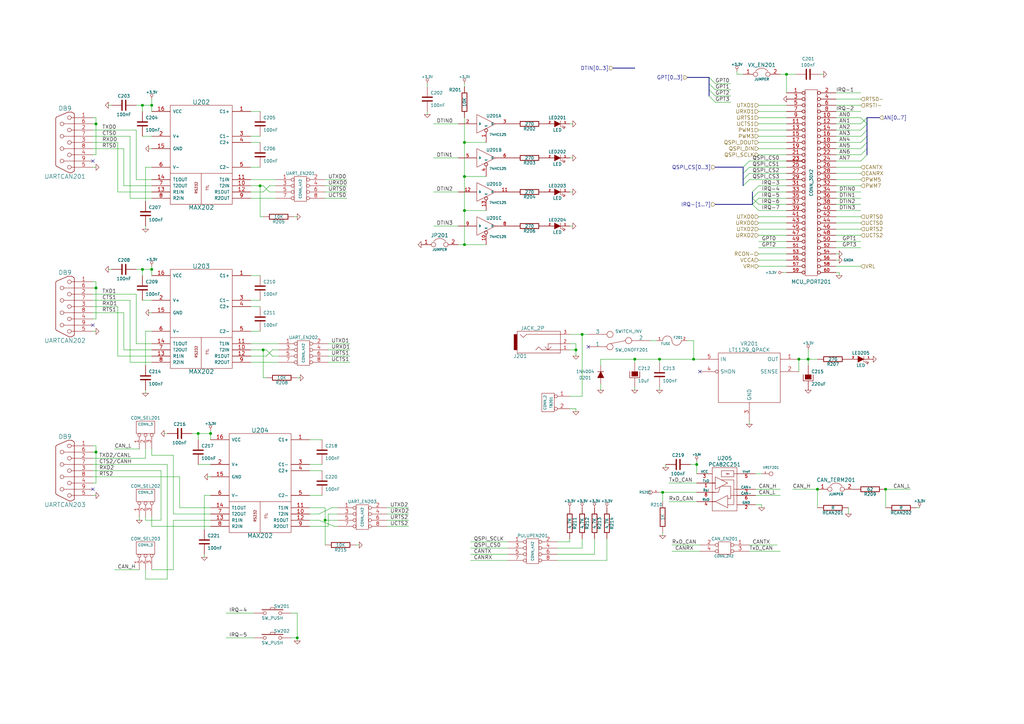
<source format=kicad_sch>
(kicad_sch (version 20230121) (generator eeschema)
  (paper "A3")
  (title_block (title "Dev kit coldfire 5213") (date "Sun 22 Mar 2015") (rev "0"))
  (junction (at 121.92 261.62) (diameter 1.016))
  (junction (at 81.28 177.8) (diameter 1.016))
  (junction (at 236.22 143.51) (diameter 1.016))
  (junction (at 238.76 137.16) (diameter 1.016))
  (junction (at 285.75 190.5) (diameter 1.016))
  (junction (at 58.42 110.49) (diameter 1.016))
  (junction (at 260.35 147.32) (diameter 1.016))
  (junction (at 331.47 147.32) (diameter 1.016))
  (junction (at 62.23 43.18) (diameter 1.016))
  (junction (at 62.23 110.49) (diameter 1.016))
  (junction (at 190.5 86.36) (diameter 1.016))
  (junction (at 86.36 177.8) (diameter 1.016))
  (junction (at 271.78 201.93) (diameter 1.016))
  (junction (at 363.22 200.66) (diameter 1.016))
  (junction (at 133.35 213.36) (diameter 1.016))
  (junction (at 327.66 147.32) (diameter 1.016))
  (junction (at 106.68 76.2) (diameter 1.016))
  (junction (at 39.37 185.42) (diameter 1.016))
  (junction (at 58.42 43.18) (diameter 1.016))
  (junction (at 190.5 72.39) (diameter 1.016))
  (junction (at 284.48 147.32) (diameter 1.016))
  (junction (at 39.37 50.8) (diameter 1.016))
  (junction (at 39.37 118.11) (diameter 1.016))
  (junction (at 190.5 58.42) (diameter 1.016))
  (junction (at 270.51 147.32) (diameter 1.016))
  (junction (at 322.58 30.48) (diameter 1.016))
  (junction (at 190.5 100.33) (diameter 1.016))
  (junction (at 107.95 143.51) (diameter 1.016))
  (junction (at 335.28 200.66) (diameter 1.016))
  (no_connect (at 38.1 133.35))
  (no_connect (at 38.1 66.04))
  (no_connect (at 38.1 200.66))
  (no_connect (at 241.3 142.24))
  (no_connect (at 287.02 152.4))
  (bus_entry (at 353.06 58.42) (size 2.54 -2.54) (stroke (width 0.1524)))
  (bus_entry (at 353.06 48.26) (size 2.54 2.54) (stroke (width 0.1524)))
  (bus_entry (at 293.37 39.37) (size -2.54 -2.54) (stroke (width 0.1524)))
  (bus_entry (at 304.8 68.58) (size 2.54 -2.54) (stroke (width 0.1524)))
  (bus_entry (at 311.15 83.82) (size -2.54 -2.54) (stroke (width 0.1524)))
  (bus_entry (at 353.06 53.34) (size 2.54 -2.54) (stroke (width 0.1524)))
  (bus_entry (at 304.8 73.66) (size 2.54 -2.54) (stroke (width 0.1524)))
  (bus_entry (at 293.37 41.91) (size -2.54 -2.54) (stroke (width 0.1524)))
  (bus_entry (at 293.37 34.29) (size -2.54 -2.54) (stroke (width 0.1524)))
  (bus_entry (at 308.61 81.28) (size 2.54 -2.54) (stroke (width 0.1524)))
  (bus_entry (at 353.06 55.88) (size 2.54 -2.54) (stroke (width 0.1524)))
  (bus_entry (at 304.8 71.12) (size 2.54 -2.54) (stroke (width 0.1524)))
  (bus_entry (at 353.06 63.5) (size 2.54 -2.54) (stroke (width 0.1524)))
  (bus_entry (at 353.06 66.04) (size 2.54 -2.54) (stroke (width 0.1524)))
  (bus_entry (at 308.61 78.74) (size 2.54 -2.54) (stroke (width 0.1524)))
  (bus_entry (at 353.06 60.96) (size 2.54 -2.54) (stroke (width 0.1524)))
  (bus_entry (at 311.15 86.36) (size -2.54 -2.54) (stroke (width 0.1524)))
  (bus_entry (at 308.61 83.82) (size 2.54 -2.54) (stroke (width 0.1524)))
  (bus_entry (at 304.8 76.2) (size 2.54 -2.54) (stroke (width 0.1524)))
  (bus_entry (at 353.06 50.8) (size 2.54 -2.54) (stroke (width 0.1524)))
  (bus_entry (at 293.37 36.83) (size -2.54 -2.54) (stroke (width 0.1524)))
  (wire (pts (xy 119.38 261.62) (xy 121.92 261.62)))
  (wire (pts (xy 106.68 135.89) (xy 102.87 135.89)))
  (wire (pts (xy 363.22 208.28) (xy 363.22 200.66)))
  (wire (pts (xy 114.3 146.05) (xy 111.76 146.05)))
  (wire (pts (xy 353.06 38.1) (xy 342.9 38.1)))
  (wire (pts (xy 48.26 125.73) (xy 48.26 146.05)))
  (wire (pts (xy 311.15 109.22) (xy 322.58 109.22)))
  (wire (pts (xy 106.68 76.2) (xy 106.68 88.9)))
  (wire (pts (xy 337.82 30.48) (xy 336.55 30.48)))
  (wire (pts (xy 285.75 189.23) (xy 285.75 190.5)))
  (wire (pts (xy 62.23 40.64) (xy 62.23 43.18)))
  (wire (pts (xy 307.34 71.12) (xy 322.58 71.12)))
  (wire (pts (xy 102.87 73.66) (xy 113.03 73.66)))
  (wire (pts (xy 39.37 115.57) (xy 39.37 118.11)))
  (wire (pts (xy 71.12 213.36) (xy 86.36 213.36)))
  (wire (pts (xy 143.51 146.05) (xy 134.62 146.05)))
  (wire (pts (xy 106.68 113.03) (xy 102.87 113.03)))
  (wire (pts (xy 71.12 210.82) (xy 71.12 186.69)))
  (wire (pts (xy 132.08 203.2) (xy 127 203.2)))
  (wire (pts (xy 73.66 208.28) (xy 86.36 208.28)))
  (wire (pts (xy 83.82 228.6) (xy 83.82 227.33)))
  (wire (pts (xy 353.06 88.9) (xy 342.9 88.9)))
  (bus (pts (xy 251.46 27.94) (xy 260.35 27.94)))
  (wire (pts (xy 102.87 76.2) (xy 106.68 76.2)))
  (wire (pts (xy 331.47 143.51) (xy 331.47 147.32)))
  (wire (pts (xy 83.82 217.17) (xy 83.82 203.2)))
  (wire (pts (xy 62.23 81.28) (xy 53.34 81.28)))
  (wire (pts (xy 137.16 215.9) (xy 130.81 213.36)))
  (wire (pts (xy 285.75 205.74) (xy 274.32 205.74)))
  (wire (pts (xy 38.1 53.34) (xy 55.88 53.34)))
  (wire (pts (xy 106.68 88.9) (xy 107.95 88.9)))
  (wire (pts (xy 236.22 140.97) (xy 233.68 140.97)))
  (wire (pts (xy 187.96 78.74) (xy 177.8 78.74)))
  (wire (pts (xy 55.88 73.66) (xy 62.23 73.66)))
  (wire (pts (xy 353.06 45.72) (xy 342.9 45.72)))
  (wire (pts (xy 344.17 104.14) (xy 342.9 104.14)))
  (wire (pts (xy 167.64 208.28) (xy 158.75 208.28)))
  (bus (pts (xy 304.8 68.58) (xy 304.8 71.12)))
  (wire (pts (xy 109.22 146.05) (xy 102.87 146.05)))
  (wire (pts (xy 175.26 34.29) (xy 175.26 35.56)))
  (wire (pts (xy 106.68 68.58) (xy 102.87 68.58)))
  (wire (pts (xy 66.04 193.04) (xy 38.1 193.04)))
  (wire (pts (xy 59.69 212.09) (xy 59.69 213.36)))
  (wire (pts (xy 190.5 72.39) (xy 190.5 86.36)))
  (wire (pts (xy 353.06 73.66) (xy 342.9 73.66)))
  (wire (pts (xy 238.76 137.16) (xy 241.3 137.16)))
  (wire (pts (xy 38.1 120.65) (xy 55.88 120.65)))
  (wire (pts (xy 38.1 128.27) (xy 50.8 128.27)))
  (wire (pts (xy 331.47 147.32) (xy 331.47 149.86)))
  (wire (pts (xy 134.62 215.9) (xy 134.62 210.82)))
  (wire (pts (xy 311.15 76.2) (xy 322.58 76.2)))
  (wire (pts (xy 39.37 63.5) (xy 38.1 63.5)))
  (wire (pts (xy 302.26 30.48) (xy 304.8 30.48)))
  (bus (pts (xy 355.6 58.42) (xy 355.6 60.96)))
  (wire (pts (xy 335.28 200.66) (xy 335.28 208.28)))
  (wire (pts (xy 353.06 48.26) (xy 342.9 48.26)))
  (wire (pts (xy 143.51 140.97) (xy 134.62 140.97)))
  (wire (pts (xy 53.34 123.19) (xy 38.1 123.19)))
  (wire (pts (xy 107.95 78.74) (xy 102.87 78.74)))
  (wire (pts (xy 106.68 55.88) (xy 102.87 55.88)))
  (wire (pts (xy 48.26 146.05) (xy 62.23 146.05)))
  (wire (pts (xy 73.66 195.58) (xy 38.1 195.58)))
  (wire (pts (xy 311.15 86.36) (xy 322.58 86.36)))
  (wire (pts (xy 57.15 213.36) (xy 57.15 212.09)))
  (wire (pts (xy 353.06 93.98) (xy 342.9 93.98)))
  (wire (pts (xy 38.1 58.42) (xy 48.26 58.42)))
  (wire (pts (xy 190.5 86.36) (xy 190.5 100.33)))
  (wire (pts (xy 53.34 148.59) (xy 53.34 123.19)))
  (wire (pts (xy 311.15 81.28) (xy 322.58 81.28)))
  (wire (pts (xy 363.22 200.66) (xy 373.38 200.66)))
  (bus (pts (xy 355.6 53.34) (xy 355.6 55.88)))
  (wire (pts (xy 66.04 213.36) (xy 66.04 193.04)))
  (wire (pts (xy 190.5 48.26) (xy 190.5 58.42)))
  (wire (pts (xy 233.68 220.98) (xy 233.68 222.25)))
  (wire (pts (xy 190.5 58.42) (xy 190.5 72.39)))
  (wire (pts (xy 109.22 154.94) (xy 107.95 154.94)))
  (wire (pts (xy 311.15 93.98) (xy 322.58 93.98)))
  (wire (pts (xy 39.37 130.81) (xy 38.1 130.81)))
  (wire (pts (xy 62.23 110.49) (xy 62.23 113.03)))
  (wire (pts (xy 344.17 111.76) (xy 342.9 111.76)))
  (wire (pts (xy 175.26 45.72) (xy 175.26 46.99)))
  (wire (pts (xy 102.87 148.59) (xy 114.3 148.59)))
  (wire (pts (xy 133.35 208.28) (xy 133.35 213.36)))
  (wire (pts (xy 187.96 50.8) (xy 177.8 50.8)))
  (wire (pts (xy 353.06 76.2) (xy 342.9 76.2)))
  (bus (pts (xy 355.6 55.88) (xy 355.6 58.42)))
  (wire (pts (xy 127 210.82) (xy 130.81 210.82)))
  (bus (pts (xy 355.6 50.8) (xy 355.6 53.34)))
  (wire (pts (xy 190.5 72.39) (xy 199.39 72.39)))
  (bus (pts (xy 355.6 60.96) (xy 355.6 63.5)))
  (wire (pts (xy 111.76 146.05) (xy 109.22 143.51)))
  (wire (pts (xy 311.15 91.44) (xy 322.58 91.44)))
  (wire (pts (xy 38.1 50.8) (xy 39.37 50.8)))
  (wire (pts (xy 284.48 147.32) (xy 287.02 147.32)))
  (wire (pts (xy 281.94 139.7) (xy 284.48 139.7)))
  (wire (pts (xy 342.9 40.64) (xy 353.06 40.64)))
  (wire (pts (xy 107.95 154.94) (xy 107.95 143.51)))
  (wire (pts (xy 132.08 193.04) (xy 127 193.04)))
  (wire (pts (xy 113.03 76.2) (xy 110.49 76.2)))
  (wire (pts (xy 39.37 68.58) (xy 38.1 68.58)))
  (wire (pts (xy 143.51 148.59) (xy 134.62 148.59)))
  (wire (pts (xy 48.26 58.42) (xy 48.26 78.74)))
  (wire (pts (xy 234.95 64.77) (xy 233.68 64.77)))
  (wire (pts (xy 62.23 109.22) (xy 62.23 110.49)))
  (wire (pts (xy 39.37 118.11) (xy 39.37 130.81)))
  (wire (pts (xy 62.23 186.69) (xy 62.23 184.15)))
  (wire (pts (xy 311.15 78.74) (xy 322.58 78.74)))
  (wire (pts (xy 270.51 201.93) (xy 271.78 201.93)))
  (wire (pts (xy 102.87 81.28) (xy 113.03 81.28)))
  (wire (pts (xy 353.06 86.36) (xy 342.9 86.36)))
  (wire (pts (xy 83.82 203.2) (xy 86.36 203.2)))
  (wire (pts (xy 342.9 71.12) (xy 353.06 71.12)))
  (wire (pts (xy 39.37 185.42) (xy 39.37 198.12)))
  (wire (pts (xy 71.12 233.68) (xy 71.12 213.36)))
  (wire (pts (xy 106.68 123.19) (xy 102.87 123.19)))
  (wire (pts (xy 138.43 215.9) (xy 137.16 215.9)))
  (wire (pts (xy 106.68 125.73) (xy 102.87 125.73)))
  (wire (pts (xy 106.68 76.2) (xy 107.95 76.2)))
  (wire (pts (xy 342.9 68.58) (xy 353.06 68.58)))
  (wire (pts (xy 86.36 177.8) (xy 86.36 180.34)))
  (bus (pts (xy 293.37 68.58) (xy 304.8 68.58)))
  (bus (pts (xy 308.61 78.74) (xy 308.61 81.28)))
  (wire (pts (xy 59.69 82.55) (xy 59.69 68.58)))
  (wire (pts (xy 275.59 223.52) (xy 287.02 223.52)))
  (wire (pts (xy 302.26 29.21) (xy 302.26 30.48)))
  (wire (pts (xy 142.24 76.2) (xy 133.35 76.2)))
  (wire (pts (xy 86.36 190.5) (xy 81.28 190.5)))
  (wire (pts (xy 311.15 101.6) (xy 322.58 101.6)))
  (wire (pts (xy 287.02 226.06) (xy 275.59 226.06)))
  (wire (pts (xy 312.42 208.28) (xy 312.42 207.01)))
  (wire (pts (xy 353.06 63.5) (xy 342.9 63.5)))
  (wire (pts (xy 39.37 50.8) (xy 39.37 63.5)))
  (wire (pts (xy 299.72 41.91) (xy 293.37 41.91)))
  (wire (pts (xy 353.06 53.34) (xy 342.9 53.34)))
  (wire (pts (xy 320.04 203.2) (xy 309.88 203.2)))
  (wire (pts (xy 110.49 78.74) (xy 107.95 76.2)))
  (wire (pts (xy 59.69 135.89) (xy 62.23 135.89)))
  (wire (pts (xy 271.78 205.74) (xy 271.78 201.93)))
  (wire (pts (xy 39.37 135.89) (xy 38.1 135.89)))
  (wire (pts (xy 130.81 213.36) (xy 127 213.36)))
  (wire (pts (xy 44.45 110.49) (xy 45.72 110.49)))
  (wire (pts (xy 81.28 177.8) (xy 81.28 180.34)))
  (wire (pts (xy 311.15 88.9) (xy 322.58 88.9)))
  (wire (pts (xy 143.51 143.51) (xy 134.62 143.51)))
  (wire (pts (xy 121.92 261.62) (xy 121.92 262.89)))
  (wire (pts (xy 311.15 45.72) (xy 322.58 45.72)))
  (wire (pts (xy 311.15 96.52) (xy 322.58 96.52)))
  (wire (pts (xy 236.22 140.97) (xy 236.22 143.51)))
  (wire (pts (xy 248.92 229.87) (xy 248.92 220.98)))
  (wire (pts (xy 246.38 160.02) (xy 246.38 157.48)))
  (wire (pts (xy 344.17 113.03) (xy 344.17 111.76)))
  (wire (pts (xy 132.08 180.34) (xy 127 180.34)))
  (wire (pts (xy 62.23 233.68) (xy 71.12 233.68)))
  (wire (pts (xy 127 215.9) (xy 134.62 215.9)))
  (wire (pts (xy 55.88 140.97) (xy 62.23 140.97)))
  (wire (pts (xy 135.89 208.28) (xy 130.81 210.82)))
  (wire (pts (xy 234.95 50.8) (xy 233.68 50.8)))
  (wire (pts (xy 271.78 201.93) (xy 285.75 201.93)))
  (wire (pts (xy 44.45 43.18) (xy 45.72 43.18)))
  (wire (pts (xy 312.42 207.01) (xy 309.88 207.01)))
  (wire (pts (xy 269.24 139.7) (xy 266.7 139.7)))
  (bus (pts (xy 355.6 48.26) (xy 355.6 50.8)))
  (wire (pts (xy 238.76 162.56) (xy 238.76 137.16)))
  (wire (pts (xy 38.1 115.57) (xy 39.37 115.57)))
  (wire (pts (xy 325.12 200.66) (xy 335.28 200.66)))
  (wire (pts (xy 58.42 113.03) (xy 58.42 110.49)))
  (wire (pts (xy 299.72 36.83) (xy 293.37 36.83)))
  (wire (pts (xy 107.95 143.51) (xy 109.22 143.51)))
  (wire (pts (xy 273.05 190.5) (xy 273.05 191.77)))
  (wire (pts (xy 142.24 81.28) (xy 133.35 81.28)))
  (wire (pts (xy 299.72 34.29) (xy 293.37 34.29)))
  (wire (pts (xy 132.08 190.5) (xy 127 190.5)))
  (wire (pts (xy 190.5 100.33) (xy 199.39 100.33)))
  (wire (pts (xy 106.68 58.42) (xy 102.87 58.42)))
  (wire (pts (xy 311.15 60.96) (xy 322.58 60.96)))
  (wire (pts (xy 147.32 223.52) (xy 146.05 223.52)))
  (wire (pts (xy 311.15 58.42) (xy 322.58 58.42)))
  (wire (pts (xy 38.1 60.96) (xy 50.8 60.96)))
  (wire (pts (xy 59.69 237.49) (xy 68.58 237.49)))
  (wire (pts (xy 38.1 118.11) (xy 39.37 118.11)))
  (wire (pts (xy 133.35 213.36) (xy 133.35 223.52)))
  (wire (pts (xy 167.64 210.82) (xy 158.75 210.82)))
  (wire (pts (xy 39.37 198.12) (xy 38.1 198.12)))
  (wire (pts (xy 353.06 81.28) (xy 342.9 81.28)))
  (bus (pts (xy 290.83 36.83) (xy 290.83 39.37)))
  (wire (pts (xy 62.23 43.18) (xy 62.23 45.72)))
  (wire (pts (xy 327.66 147.32) (xy 327.66 152.4)))
  (wire (pts (xy 311.15 48.26) (xy 322.58 48.26)))
  (wire (pts (xy 307.34 73.66) (xy 322.58 73.66)))
  (wire (pts (xy 110.49 76.2) (xy 107.95 78.74)))
  (wire (pts (xy 38.1 185.42) (xy 39.37 185.42)))
  (wire (pts (xy 327.66 147.32) (xy 331.47 147.32)))
  (wire (pts (xy 38.1 125.73) (xy 48.26 125.73)))
  (wire (pts (xy 138.43 213.36) (xy 133.35 213.36)))
  (wire (pts (xy 320.04 30.48) (xy 322.58 30.48)))
  (wire (pts (xy 138.43 208.28) (xy 135.89 208.28)))
  (wire (pts (xy 62.23 215.9) (xy 86.36 215.9)))
  (wire (pts (xy 58.42 110.49) (xy 62.23 110.49)))
  (wire (pts (xy 60.96 60.96) (xy 62.23 60.96)))
  (wire (pts (xy 38.1 182.88) (xy 39.37 182.88)))
  (wire (pts (xy 285.75 190.5) (xy 285.75 194.31)))
  (wire (pts (xy 111.76 143.51) (xy 109.22 146.05)))
  (wire (pts (xy 57.15 233.68) (xy 46.99 233.68)))
  (bus (pts (xy 281.94 31.75) (xy 290.83 31.75)))
  (bus (pts (xy 304.8 71.12) (xy 304.8 73.66)))
  (wire (pts (xy 134.62 210.82) (xy 138.43 210.82)))
  (wire (pts (xy 39.37 182.88) (xy 39.37 185.42)))
  (wire (pts (xy 50.8 143.51) (xy 62.23 143.51)))
  (wire (pts (xy 50.8 76.2) (xy 62.23 76.2)))
  (wire (pts (xy 55.88 120.65) (xy 55.88 140.97)))
  (wire (pts (xy 102.87 143.51) (xy 107.95 143.51)))
  (wire (pts (xy 353.06 109.22) (xy 342.9 109.22)))
  (wire (pts (xy 39.37 48.26) (xy 39.37 50.8)))
  (wire (pts (xy 121.92 251.46) (xy 119.38 251.46)))
  (wire (pts (xy 353.06 58.42) (xy 342.9 58.42)))
  (wire (pts (xy 311.15 50.8) (xy 322.58 50.8)))
  (wire (pts (xy 102.87 140.97) (xy 114.3 140.97)))
  (wire (pts (xy 48.26 78.74) (xy 62.23 78.74)))
  (wire (pts (xy 321.31 111.76) (xy 322.58 111.76)))
  (wire (pts (xy 71.12 186.69) (xy 62.23 186.69)))
  (wire (pts (xy 142.24 78.74) (xy 133.35 78.74)))
  (wire (pts (xy 58.42 45.72) (xy 58.42 43.18)))
  (wire (pts (xy 57.15 184.15) (xy 46.99 184.15)))
  (bus (pts (xy 360.68 48.26) (xy 355.6 48.26)))
  (wire (pts (xy 59.69 160.02) (xy 59.69 161.29)))
  (wire (pts (xy 307.34 68.58) (xy 322.58 68.58)))
  (wire (pts (xy 53.34 55.88) (xy 38.1 55.88)))
  (wire (pts (xy 375.92 208.28) (xy 377.19 208.28)))
  (wire (pts (xy 133.35 208.28) (xy 127 208.28)))
  (wire (pts (xy 62.23 148.59) (xy 53.34 148.59)))
  (wire (pts (xy 270.51 147.32) (xy 284.48 147.32)))
  (wire (pts (xy 353.06 96.52) (xy 342.9 96.52)))
  (wire (pts (xy 123.19 154.94) (xy 121.92 154.94)))
  (wire (pts (xy 243.84 227.33) (xy 228.6 227.33)))
  (wire (pts (xy 246.38 147.32) (xy 246.38 149.86)))
  (wire (pts (xy 208.28 227.33) (xy 193.04 227.33)))
  (wire (pts (xy 59.69 68.58) (xy 62.23 68.58)))
  (wire (pts (xy 58.42 43.18) (xy 62.23 43.18)))
  (wire (pts (xy 187.96 64.77) (xy 177.8 64.77)))
  (wire (pts (xy 167.64 215.9) (xy 158.75 215.9)))
  (wire (pts (xy 190.5 86.36) (xy 199.39 86.36)))
  (wire (pts (xy 92.71 261.62) (xy 104.14 261.62)))
  (wire (pts (xy 353.06 60.96) (xy 342.9 60.96)))
  (wire (pts (xy 331.47 147.32) (xy 335.28 147.32)))
  (wire (pts (xy 271.78 219.71) (xy 271.78 218.44)))
  (wire (pts (xy 246.38 147.32) (xy 260.35 147.32)))
  (wire (pts (xy 59.69 149.86) (xy 59.69 135.89)))
  (wire (pts (xy 228.6 224.79) (xy 238.76 224.79)))
  (wire (pts (xy 353.06 78.74) (xy 342.9 78.74)))
  (wire (pts (xy 187.96 100.33) (xy 190.5 100.33)))
  (wire (pts (xy 238.76 224.79) (xy 238.76 220.98)))
  (wire (pts (xy 85.09 195.58) (xy 86.36 195.58)))
  (bus (pts (xy 290.83 31.75) (xy 290.83 34.29)))
  (wire (pts (xy 228.6 229.87) (xy 248.92 229.87)))
  (wire (pts (xy 38.1 48.26) (xy 39.37 48.26)))
  (wire (pts (xy 312.42 194.31) (xy 309.88 194.31)))
  (wire (pts (xy 120.65 88.9) (xy 121.92 88.9)))
  (wire (pts (xy 167.64 213.36) (xy 158.75 213.36)))
  (wire (pts (xy 60.96 128.27) (xy 62.23 128.27)))
  (wire (pts (xy 353.06 55.88) (xy 342.9 55.88)))
  (wire (pts (xy 59.69 184.15) (xy 59.69 187.96)))
  (wire (pts (xy 39.37 203.2) (xy 38.1 203.2)))
  (wire (pts (xy 114.3 143.51) (xy 111.76 143.51)))
  (wire (pts (xy 318.77 223.52) (xy 307.34 223.52)))
  (wire (pts (xy 274.32 198.12) (xy 285.75 198.12)))
  (wire (pts (xy 187.96 92.71) (xy 177.8 92.71)))
  (bus (pts (xy 304.8 73.66) (xy 304.8 76.2)))
  (wire (pts (xy 50.8 128.27) (xy 50.8 143.51)))
  (wire (pts (xy 55.88 110.49) (xy 58.42 110.49)))
  (wire (pts (xy 322.58 30.48) (xy 326.39 30.48)))
  (wire (pts (xy 311.15 63.5) (xy 322.58 63.5)))
  (wire (pts (xy 311.15 106.68) (xy 322.58 106.68)))
  (wire (pts (xy 347.98 208.28) (xy 347.98 210.82)))
  (wire (pts (xy 233.68 222.25) (xy 228.6 222.25)))
  (wire (pts (xy 311.15 99.06) (xy 322.58 99.06)))
  (wire (pts (xy 55.88 43.18) (xy 58.42 43.18)))
  (wire (pts (xy 322.58 38.1) (xy 322.58 30.48)))
  (wire (pts (xy 233.68 143.51) (xy 236.22 143.51)))
  (wire (pts (xy 236.22 167.64) (xy 233.68 167.64)))
  (wire (pts (xy 311.15 55.88) (xy 322.58 55.88)))
  (wire (pts (xy 106.68 45.72) (xy 102.87 45.72)))
  (wire (pts (xy 208.28 229.87) (xy 193.04 229.87)))
  (wire (pts (xy 81.28 177.8) (xy 86.36 177.8)))
  (wire (pts (xy 307.34 66.04) (xy 322.58 66.04)))
  (wire (pts (xy 190.5 34.29) (xy 190.5 35.56)))
  (wire (pts (xy 142.24 73.66) (xy 133.35 73.66)))
  (wire (pts (xy 260.35 147.32) (xy 270.51 147.32)))
  (wire (pts (xy 299.72 39.37) (xy 293.37 39.37)))
  (wire (pts (xy 234.95 78.74) (xy 233.68 78.74)))
  (wire (pts (xy 78.74 177.8) (xy 81.28 177.8)))
  (wire (pts (xy 353.06 99.06) (xy 342.9 99.06)))
  (wire (pts (xy 236.22 168.91) (xy 236.22 167.64)))
  (wire (pts (xy 50.8 60.96) (xy 50.8 76.2)))
  (wire (pts (xy 92.71 251.46) (xy 104.14 251.46)))
  (wire (pts (xy 353.06 101.6) (xy 342.9 101.6)))
  (wire (pts (xy 86.36 210.82) (xy 71.12 210.82)))
  (wire (pts (xy 73.66 208.28) (xy 73.66 195.58)))
  (wire (pts (xy 59.69 187.96) (xy 38.1 187.96)))
  (wire (pts (xy 208.28 224.79) (xy 193.04 224.79)))
  (wire (pts (xy 234.95 92.71) (xy 233.68 92.71)))
  (wire (pts (xy 238.76 162.56) (xy 233.68 162.56)))
  (wire (pts (xy 62.23 212.09) (xy 62.23 215.9)))
  (wire (pts (xy 59.69 233.68) (xy 59.69 237.49)))
  (wire (pts (xy 62.23 123.19) (xy 58.42 123.19)))
  (wire (pts (xy 311.15 104.14) (xy 322.58 104.14)))
  (wire (pts (xy 68.58 190.5) (xy 38.1 190.5)))
  (wire (pts (xy 208.28 222.25) (xy 193.04 222.25)))
  (bus (pts (xy 308.61 81.28) (xy 308.61 83.82)))
  (bus (pts (xy 293.37 83.82) (xy 308.61 83.82)))
  (wire (pts (xy 311.15 83.82) (xy 322.58 83.82)))
  (wire (pts (xy 311.15 53.34) (xy 322.58 53.34)))
  (wire (pts (xy 353.06 83.82) (xy 342.9 83.82)))
  (wire (pts (xy 86.36 176.53) (xy 86.36 177.8)))
  (wire (pts (xy 353.06 66.04) (xy 342.9 66.04)))
  (wire (pts (xy 344.17 106.68) (xy 342.9 106.68)))
  (wire (pts (xy 353.06 50.8) (xy 342.9 50.8)))
  (wire (pts (xy 353.06 91.44) (xy 342.9 91.44)))
  (wire (pts (xy 236.22 143.51) (xy 236.22 146.05)))
  (wire (pts (xy 284.48 139.7) (xy 284.48 147.32)))
  (wire (pts (xy 270.51 160.02) (xy 270.51 158.75)))
  (wire (pts (xy 311.15 43.18) (xy 322.58 43.18)))
  (wire (pts (xy 307.34 172.72) (xy 307.34 173.99)))
  (wire (pts (xy 320.04 200.66) (xy 309.88 200.66)))
  (wire (pts (xy 62.23 55.88) (xy 58.42 55.88)))
  (wire (pts (xy 55.88 53.34) (xy 55.88 73.66)))
  (wire (pts (xy 260.35 147.32) (xy 260.35 148.59)))
  (wire (pts (xy 283.21 190.5) (xy 285.75 190.5)))
  (wire (pts (xy 199.39 58.42) (xy 190.5 58.42)))
  (wire (pts (xy 233.68 137.16) (xy 238.76 137.16)))
  (wire (pts (xy 121.92 251.46) (xy 121.92 261.62)))
  (wire (pts (xy 260.35 160.02) (xy 260.35 158.75)))
  (wire (pts (xy 67.31 177.8) (xy 68.58 177.8)))
  (bus (pts (xy 290.83 34.29) (xy 290.83 36.83)))
  (wire (pts (xy 68.58 237.49) (xy 68.58 190.5)))
  (wire (pts (xy 243.84 220.98) (xy 243.84 227.33)))
  (wire (pts (xy 270.51 147.32) (xy 270.51 148.59)))
  (wire (pts (xy 59.69 92.71) (xy 59.69 93.98)))
  (wire (pts (xy 307.34 226.06) (xy 320.04 226.06)))
  (wire (pts (xy 342.9 43.18) (xy 353.06 43.18)))
  (wire (pts (xy 53.34 81.28) (xy 53.34 55.88)))
  (wire (pts (xy 113.03 78.74) (xy 110.49 78.74)))
  (wire (pts (xy 59.69 213.36) (xy 66.04 213.36)))
  (label "IRQ-4" (at 93.98 251.46 0) (effects (font (size 1.524 1.524))))
  (label "DTIN2" (at 179.07 78.74 0) (effects (font (size 1.524 1.524))))
  (label "RTS1" (at 41.91 128.27 0) (effects (font (size 1.524 1.524))))
  (label "CTS0" (at 41.91 55.88 0) (effects (font (size 1.524 1.524))))
  (label "AN7" (at 344.17 66.04 0) (effects (font (size 1.524 1.524))))
  (label "CAN_H" (at 48.26 233.68 0) (effects (font (size 1.524 1.524))))
  (label "CANRX" (at 276.86 226.06 0) (effects (font (size 1.524 1.524))))
  (label "DTIN1" (at 344.17 81.28 0) (effects (font (size 1.524 1.524))))
  (label "GPT2" (at 293.37 39.37 0) (effects (font (size 1.524 1.524))))
  (label "GPT2" (at 312.42 101.6 0) (effects (font (size 1.524 1.524))))
  (label "GPT3" (at 293.37 41.91 0) (effects (font (size 1.524 1.524))))
  (label "TXD0" (at 41.91 53.34 0) (effects (font (size 1.524 1.524))))
  (label "IRQ-4" (at 312.42 78.74 0) (effects (font (size 1.524 1.524))))
  (label "CTS1" (at 41.91 123.19 0) (effects (font (size 1.524 1.524))))
  (label "URXD0" (at 134.62 76.2 0) (effects (font (size 1.524 1.524))))
  (label "RxD_CAN" (at 274.32 205.74 0) (effects (font (size 1.524 1.524))))
  (label "RxD_CAN" (at 275.59 223.52 0) (effects (font (size 1.524 1.524))))
  (label "DTIN3" (at 179.07 92.71 0) (effects (font (size 1.524 1.524))))
  (label "IRQ-5" (at 312.42 81.28 0) (effects (font (size 1.524 1.524))))
  (label "QSPI_CS2" (at 308.61 71.12 0) (effects (font (size 1.524 1.524))))
  (label "AN4" (at 344.17 58.42 0) (effects (font (size 1.524 1.524))))
  (label "AN3" (at 344.17 55.88 0) (effects (font (size 1.524 1.524))))
  (label "URTS2" (at 160.02 213.36 0) (effects (font (size 1.524 1.524))))
  (label "QSPI_CS0" (at 194.31 224.79 0) (effects (font (size 1.524 1.524))))
  (label "CAN_L" (at 373.38 200.66 180) (effects (font (size 1.524 1.524))))
  (label "GPT0" (at 293.37 34.29 0) (effects (font (size 1.524 1.524))))
  (label "UCTS0" (at 134.62 81.28 0) (effects (font (size 1.524 1.524))))
  (label "AN0" (at 344.17 48.26 0) (effects (font (size 1.524 1.524))))
  (label "QSPI_CS0" (at 308.61 66.04 0) (effects (font (size 1.524 1.524))))
  (label "TXD1" (at 41.91 120.65 0) (effects (font (size 1.524 1.524))))
  (label "AN6" (at 344.17 63.5 0) (effects (font (size 1.524 1.524))))
  (label "AN1" (at 344.17 50.8 0) (effects (font (size 1.524 1.524))))
  (label "TxD_CAN" (at 307.34 226.06 0) (effects (font (size 1.524 1.524))))
  (label "URTS1" (at 135.89 146.05 0) (effects (font (size 1.524 1.524))))
  (label "UTXD1" (at 135.89 140.97 0) (effects (font (size 1.524 1.524))))
  (label "DTIN0" (at 179.07 50.8 0) (effects (font (size 1.524 1.524))))
  (label "CAN_L" (at 46.99 184.15 0) (effects (font (size 1.524 1.524))))
  (label "CANRX" (at 194.31 229.87 0) (effects (font (size 1.524 1.524))))
  (label "GPT3" (at 345.44 101.6 0) (effects (font (size 1.524 1.524))))
  (label "QSPI_SCLK" (at 194.31 222.25 0) (effects (font (size 1.524 1.524))))
  (label "IRQ-6" (at 312.42 83.82 0) (effects (font (size 1.524 1.524))))
  (label "DTIN3" (at 344.17 86.36 0) (effects (font (size 1.524 1.524))))
  (label "AN5" (at 344.17 60.96 0) (effects (font (size 1.524 1.524))))
  (label "IRQ-3" (at 312.42 76.2 0) (effects (font (size 1.524 1.524))))
  (label "URXD2" (at 160.02 210.82 0) (effects (font (size 1.524 1.524))))
  (label "DTIN0" (at 344.17 78.74 0) (effects (font (size 1.524 1.524))))
  (label "GPT0" (at 312.42 99.06 0) (effects (font (size 1.524 1.524))))
  (label "RXD0" (at 41.91 58.42 0) (effects (font (size 1.524 1.524))))
  (label "RXD1" (at 41.91 125.73 0) (effects (font (size 1.524 1.524))))
  (label "DTIN1" (at 179.07 64.77 0) (effects (font (size 1.524 1.524))))
  (label "UTXD2" (at 160.02 208.28 0) (effects (font (size 1.524 1.524))))
  (label "RTS0" (at 41.91 60.96 0) (effects (font (size 1.524 1.524))))
  (label "CTS2/CANH" (at 40.64 190.5 0) (effects (font (size 1.524 1.524))))
  (label "URXD1" (at 135.89 143.51 0) (effects (font (size 1.524 1.524))))
  (label "UTXD0" (at 134.62 73.66 0) (effects (font (size 1.524 1.524))))
  (label "UCTS2" (at 160.02 215.9 0) (effects (font (size 1.524 1.524))))
  (label "CAN_H" (at 325.12 200.66 0) (effects (font (size 1.524 1.524))))
  (label "GPT1" (at 345.44 99.06 0) (effects (font (size 1.524 1.524))))
  (label "URTS0" (at 134.62 78.74 0) (effects (font (size 1.524 1.524))))
  (label "CANTX" (at 194.31 227.33 0) (effects (font (size 1.524 1.524))))
  (label "AN2" (at 344.17 53.34 0) (effects (font (size 1.524 1.524))))
  (label "IRQ-5" (at 93.98 261.62 0) (effects (font (size 1.524 1.524))))
  (label "QSPI_CS3" (at 308.61 73.66 0) (effects (font (size 1.524 1.524))))
  (label "QSPI_CS1" (at 308.61 68.58 0) (effects (font (size 1.524 1.524))))
  (label "RTS2" (at 40.64 195.58 0) (effects (font (size 1.524 1.524))))
  (label "UCTS1" (at 135.89 148.59 0) (effects (font (size 1.524 1.524))))
  (label "TXD2/CANL" (at 40.64 187.96 0) (effects (font (size 1.524 1.524))))
  (label "GPT1" (at 293.37 36.83 0) (effects (font (size 1.524 1.524))))
  (label "IRQ-1" (at 342.9 38.1 0) (effects (font (size 1.524 1.524))))
  (label "IRQ-2" (at 342.9 45.72 0) (effects (font (size 1.524 1.524))))
  (label "DTIN2" (at 344.17 83.82 0) (effects (font (size 1.524 1.524))))
  (label "IRQ-7" (at 312.42 86.36 0) (effects (font (size 1.524 1.524))))
  (label "CAN_H" (at 311.15 200.66 0) (effects (font (size 1.524 1.524))))
  (label "TxD_CAN" (at 274.32 198.12 0) (effects (font (size 1.524 1.524))))
  (label "RXD2" (at 40.64 193.04 0) (effects (font (size 1.524 1.524))))
  (label "CANTX" (at 308.61 223.52 0) (effects (font (size 1.524 1.524))))
  (label "CAN_L" (at 311.15 203.2 0) (effects (font (size 1.524 1.524))))
  (hierarchical_label "UCTS0" (shape input) (at 353.06 91.44 0) (effects (font (size 1.524 1.524))))
  (hierarchical_label "RTS0-" (shape input) (at 353.06 40.64 0) (effects (font (size 1.524 1.524))))
  (hierarchical_label "RSTI-" (shape input) (at 353.06 43.18 0) (effects (font (size 1.524 1.524))))
  (hierarchical_label "URXD1" (shape input) (at 311.15 45.72 180) (effects (font (size 1.524 1.524))))
  (hierarchical_label "URXD2" (shape input) (at 311.15 96.52 180) (effects (font (size 1.524 1.524))))
  (hierarchical_label "AN[0..7]" (shape input) (at 360.68 48.26 0) (effects (font (size 1.524 1.524))))
  (hierarchical_label "UTXD0" (shape input) (at 311.15 88.9 180) (effects (font (size 1.524 1.524))))
  (hierarchical_label "VCCA" (shape input) (at 311.15 106.68 180) (effects (font (size 1.524 1.524))))
  (hierarchical_label "URTS2" (shape input) (at 353.06 93.98 0) (effects (font (size 1.524 1.524))))
  (hierarchical_label "QSPI_CS[0..3]" (shape input) (at 293.37 68.58 180) (effects (font (size 1.524 1.524))))
  (hierarchical_label "PWM5" (shape input) (at 353.06 73.66 0) (effects (font (size 1.524 1.524))))
  (hierarchical_label "URXD0" (shape input) (at 311.15 91.44 180) (effects (font (size 1.524 1.524))))
  (hierarchical_label "VRL" (shape input) (at 353.06 109.22 0) (effects (font (size 1.524 1.524))))
  (hierarchical_label "QSPI_SCLK" (shape input) (at 311.15 63.5 180) (effects (font (size 1.524 1.524))))
  (hierarchical_label "UCTS2" (shape input) (at 353.06 96.52 0) (effects (font (size 1.524 1.524))))
  (hierarchical_label "URTS1" (shape input) (at 311.15 48.26 180) (effects (font (size 1.524 1.524))))
  (hierarchical_label "QSPI_DOUT" (shape input) (at 311.15 58.42 180) (effects (font (size 1.524 1.524))))
  (hierarchical_label "PWM3" (shape input) (at 311.15 55.88 180) (effects (font (size 1.524 1.524))))
  (hierarchical_label "RCON-" (shape input) (at 311.15 104.14 180) (effects (font (size 1.524 1.524))))
  (hierarchical_label "PWM7" (shape input) (at 353.06 76.2 0) (effects (font (size 1.524 1.524))))
  (hierarchical_label "UCTS1" (shape input) (at 311.15 50.8 180) (effects (font (size 1.524 1.524))))
  (hierarchical_label "PWM1" (shape input) (at 311.15 53.34 180) (effects (font (size 1.524 1.524))))
  (hierarchical_label "CANTX" (shape input) (at 353.06 68.58 0) (effects (font (size 1.524 1.524))))
  (hierarchical_label "UTXD2" (shape input) (at 311.15 93.98 180) (effects (font (size 1.524 1.524))))
  (hierarchical_label "QSPI_DIN" (shape input) (at 311.15 60.96 180) (effects (font (size 1.524 1.524))))
  (hierarchical_label "URTS0" (shape input) (at 353.06 88.9 0) (effects (font (size 1.524 1.524))))
  (hierarchical_label "IRQ-[1..7]" (shape input) (at 293.37 83.82 180) (effects (font (size 1.524 1.524))))
  (hierarchical_label "DTIN[0..3]" (shape input) (at 251.46 27.94 180) (effects (font (size 1.524 1.524))))
  (hierarchical_label "VRH" (shape input) (at 311.15 109.22 180) (effects (font (size 1.524 1.524))))
  (hierarchical_label "GPT[0..3]" (shape input) (at 281.94 31.75 180) (effects (font (size 1.524 1.524))))
  (hierarchical_label "UTXD1" (shape input) (at 311.15 43.18 180) (effects (font (size 1.524 1.524))))
  (hierarchical_label "CANRX" (shape input) (at 353.06 71.12 0) (effects (font (size 1.524 1.524))))
  (symbol (lib_id "kit-coldfire_schlib:CONN_30X2") (at 332.74 74.93 0) (unit 1)
    (property "Reference" "MCU_PORT201" (at 332.74 115.57 0) (effects (font (size 1.524 1.524))))
    (property "Value" "CONN_30X2" (at 332.74 74.93 90))
    (property "Footprint" "Connector_PinHeader_2.54mm:PinHeader_2x30_P2.54mm_Vertical" (effects hide))
  )
  (symbol (lib_id "kit-coldfire_schlib:GND") (at 344.17 104.14 90) (unit 1)
    (property "Reference" "#PWR0218" (effects hide))
    (property "Value" "GND" (effects hide))
  )
  (symbol (lib_id "kit-coldfire_schlib:+3.3V") (at 321.31 111.76 90) (unit 1)
    (property "Reference" "#PWR0222" (effects hide))
    (property "Value" "+3.3V" (at 316.23 111.76 90) (effects (font (size 1.016 1.016))))
  )
  (symbol (lib_id "kit-coldfire_schlib:GNDA") (at 344.17 106.68 90) (unit 1)
    (property "Reference" "#PWR0219" (effects hide))
    (property "Value" "GNDA" (at 347.98 106.68 90) (effects (font (size 1.016 1.016))))
  )
  (symbol (lib_id "kit-coldfire_schlib:GND") (at 322.58 40.64 270) (unit 1)
    (property "Reference" "#PWR0206" (effects hide))
    (property "Value" "GND" (effects hide))
  )
  (symbol (lib_id "kit-coldfire_schlib:JUMPER") (at 312.42 30.48 0) (unit 1)
    (property "Reference" "VX_EN201" (at 312.42 26.67 0) (effects (font (size 1.524 1.524))))
    (property "Value" "JUMPER" (at 312.42 32.512 0) (effects (font (size 1.016 1.016))))
    (property "Footprint" "Connector_PinHeader_2.54mm:PinHeader_1x02_P2.54mm_Vertical" (effects hide))
  )
  (symbol (lib_id "kit-coldfire_schlib:C") (at 331.47 30.48 270) (unit 1)
    (property "Reference" "C201" (at 331.47 24.13 90))
    (property "Value" "100nF" (at 331.47 26.67 90))
    (property "Footprint" "Capacitor_SMD:C_0805_2012Metric" (effects hide))
  )
  (symbol (lib_id "kit-coldfire_schlib:GND") (at 337.82 30.48 90) (unit 1)
    (property "Reference" "#PWR0202" (effects hide))
    (property "Value" "GND" (effects hide))
  )
  (symbol (lib_id "kit-coldfire_schlib:+3.3V") (at 302.26 29.21 0) (unit 1)
    (property "Reference" "#PWR0201" (effects hide))
    (property "Value" "+3.3V" (at 302.26 26.416 0) (effects (font (size 1.016 1.016))))
  )
  (symbol (lib_name "kit-coldfire_schlib:74LS125_3") (lib_id "kit-coldfire_schlib:74LS125") (at 199.39 50.8 0) (unit 1)
    (property "Reference" "U201" (at 199.39 48.26 0) (effects (justify left bottom)))
    (property "Value" "74HC125" (at 200.66 54.61 0) (effects (font (size 1.016 1.016)) (justify left top)))
    (property "Footprint" "Package_SO:SOIC-14_3.9x8.7mm_P1.27mm" (effects hide))
  )
  (symbol (lib_id "kit-coldfire_schlib:74LS125") (at 199.39 64.77 0) (unit 2)
    (property "Reference" "U201" (at 199.39 62.23 0) (effects (justify left bottom)))
    (property "Value" "74HC125" (at 200.66 68.58 0) (effects (font (size 1.016 1.016)) (justify left top)))
    (property "Footprint" "Package_SO:SOIC-14_3.9x8.7mm_P1.27mm" (effects hide))
  )
  (symbol (lib_name "kit-coldfire_schlib:74LS125_2") (lib_id "kit-coldfire_schlib:74LS125") (at 199.39 92.71 0) (unit 3)
    (property "Reference" "U201" (at 199.39 90.17 0) (effects (justify left bottom)))
    (property "Value" "74HC125" (at 200.66 96.52 0) (effects (font (size 1.016 1.016)) (justify left top)))
    (property "Footprint" "Package_SO:SOIC-14_3.9x8.7mm_P1.27mm" (effects hide))
  )
  (symbol (lib_name "kit-coldfire_schlib:74LS125_1") (lib_id "kit-coldfire_schlib:74LS125") (at 199.39 78.74 0) (unit 4)
    (property "Reference" "U201" (at 199.39 76.2 0) (effects (justify left bottom)))
    (property "Value" "74HC125" (at 200.66 82.55 0) (effects (font (size 1.016 1.016)) (justify left top)))
    (property "Footprint" "Package_SO:SOIC-14_3.9x8.7mm_P1.27mm" (effects hide))
  )
  (symbol (lib_id "kit-coldfire_schlib:R") (at 217.17 50.8 270) (unit 1)
    (property "Reference" "R202" (at 217.17 52.832 90))
    (property "Value" "270" (at 217.17 50.8 90))
    (property "Footprint" "Resistor_SMD:R_0805_2012Metric" (effects hide))
  )
  (symbol (lib_id "kit-coldfire_schlib:R") (at 217.17 64.77 270) (unit 1)
    (property "Reference" "R203" (at 217.17 66.802 90))
    (property "Value" "270" (at 217.17 64.77 90))
    (property "Footprint" "Resistor_SMD:R_0805_2012Metric" (effects hide))
  )
  (symbol (lib_id "kit-coldfire_schlib:R") (at 217.17 78.74 270) (unit 1)
    (property "Reference" "R204" (at 217.17 80.772 90))
    (property "Value" "270" (at 217.17 78.74 90))
    (property "Footprint" "Resistor_SMD:R_0805_2012Metric" (effects hide))
  )
  (symbol (lib_id "kit-coldfire_schlib:R") (at 217.17 92.71 270) (unit 1)
    (property "Reference" "R206" (at 217.17 94.742 90))
    (property "Value" "270" (at 217.17 92.71 90))
    (property "Footprint" "Resistor_SMD:R_0805_2012Metric" (effects hide))
  )
  (symbol (lib_id "kit-coldfire_schlib:LED") (at 228.6 50.8 0) (unit 1)
    (property "Reference" "LED201" (at 228.6 48.26 0))
    (property "Value" "LED" (at 228.6 53.34 0))
    (property "Footprint" "LED_SMD:LED_1206_3216Metric" (effects hide))
  )
  (symbol (lib_id "kit-coldfire_schlib:LED") (at 228.6 64.77 0) (unit 1)
    (property "Reference" "LED202" (at 228.6 62.23 0))
    (property "Value" "LED" (at 228.6 67.31 0))
    (property "Footprint" "LED_SMD:LED_1206_3216Metric" (effects hide))
  )
  (symbol (lib_id "kit-coldfire_schlib:LED") (at 228.6 78.74 0) (unit 1)
    (property "Reference" "LED203" (at 228.6 76.2 0))
    (property "Value" "LED" (at 228.6 81.28 0))
    (property "Footprint" "LED_SMD:LED_1206_3216Metric" (effects hide))
  )
  (symbol (lib_id "kit-coldfire_schlib:LED") (at 228.6 92.71 0) (unit 1)
    (property "Reference" "LED204" (at 228.6 90.17 0))
    (property "Value" "LED" (at 228.6 95.25 0))
    (property "Footprint" "LED_SMD:LED_1206_3216Metric" (effects hide))
  )
  (symbol (lib_id "kit-coldfire_schlib:JUMPER") (at 180.34 100.33 0) (unit 1)
    (property "Reference" "JP201" (at 180.34 96.52 0) (effects (font (size 1.524 1.524))))
    (property "Value" "JUMPER" (at 180.34 102.362 0) (effects (font (size 1.016 1.016))))
    (property "Footprint" "Connector_PinHeader_2.54mm:PinHeader_1x02_P2.54mm_Vertical" (effects hide))
  )
  (symbol (lib_id "kit-coldfire_schlib:R") (at 190.5 41.91 0) (unit 1)
    (property "Reference" "R201" (at 186.69 36.83 0))
    (property "Value" "10K" (at 190.5 41.91 90))
    (property "Footprint" "Resistor_SMD:R_0805_2012Metric" (effects hide))
  )
  (symbol (lib_id "kit-coldfire_schlib:+3.3V") (at 190.5 34.29 0) (unit 1)
    (property "Reference" "#PWR0204" (effects hide))
    (property "Value" "+3.3V" (at 190.5 31.496 0) (effects (font (size 1.016 1.016))))
  )
  (symbol (lib_id "kit-coldfire_schlib:GND") (at 172.72 100.33 270) (unit 1)
    (property "Reference" "#PWR0217" (effects hide))
    (property "Value" "GND" (effects hide))
  )
  (symbol (lib_id "kit-coldfire_schlib:GND") (at 234.95 50.8 90) (unit 1)
    (property "Reference" "#PWR0209" (effects hide))
    (property "Value" "GND" (effects hide))
  )
  (symbol (lib_id "kit-coldfire_schlib:GND") (at 234.95 64.77 90) (unit 1)
    (property "Reference" "#PWR0211" (effects hide))
    (property "Value" "GND" (effects hide))
  )
  (symbol (lib_id "kit-coldfire_schlib:GND") (at 234.95 78.74 90) (unit 1)
    (property "Reference" "#PWR0213" (effects hide))
    (property "Value" "GND" (effects hide))
  )
  (symbol (lib_id "kit-coldfire_schlib:GND") (at 234.95 92.71 90) (unit 1)
    (property "Reference" "#PWR0215" (effects hide))
    (property "Value" "GND" (effects hide))
  )
  (symbol (lib_name "kit-coldfire_schlib:MAX202_2") (lib_id "kit-coldfire_schlib:MAX202") (at 82.55 63.5 0) (mirror y) (unit 1)
    (property "Reference" "U202" (at 82.55 41.91 0) (effects (font (size 1.778 1.778))))
    (property "Value" "MAX202" (at 82.55 85.09 0) (effects (font (size 1.778 1.778))))
    (property "Footprint" "Package_SO:SOIC-16_3.9x9.9mm_P1.27mm" (effects hide))
  )
  (symbol (lib_id "kit-coldfire_schlib:DB9") (at 26.67 58.42 180) (unit 1)
    (property "Reference" "UARTCAN201" (at 26.67 72.39 0) (effects (font (size 1.778 1.778))))
    (property "Value" "DB9" (at 26.67 44.45 0) (effects (font (size 1.778 1.778))))
    (property "Footprint" "Connector_Dsub:DSUB-9_Female_Horizontal_P2.77x2.84mm_EdgePinOffset7.70mm_Housed_MountingHolesOffset9.12mm" (effects hide))
  )
  (symbol (lib_id "kit-coldfire_schlib:CONN_4X2") (at 123.19 77.47 0) (unit 1)
    (property "Reference" "UART_EN201" (at 123.19 71.12 0))
    (property "Value" "CONN_4X2" (at 123.19 77.47 90) (effects (font (size 1.016 1.016))))
    (property "Footprint" "Connector_PinHeader_2.54mm:PinHeader_2x04_P2.54mm_Vertical" (effects hide))
  )
  (symbol (lib_id "kit-coldfire_schlib:C") (at 58.42 50.8 0) (unit 1)
    (property "Reference" "C204" (at 59.69 48.26 0) (effects (justify left)))
    (property "Value" "100nF" (at 59.69 53.34 0) (effects (justify left)))
    (property "Footprint" "Capacitor_SMD:C_0805_2012Metric" (effects hide))
  )
  (symbol (lib_id "kit-coldfire_schlib:C") (at 106.68 50.8 0) (unit 1)
    (property "Reference" "C205" (at 107.95 48.26 0) (effects (justify left)))
    (property "Value" "100nF" (at 107.95 53.34 0) (effects (justify left)))
    (property "Footprint" "Capacitor_SMD:C_0805_2012Metric" (effects hide))
  )
  (symbol (lib_id "kit-coldfire_schlib:C") (at 106.68 63.5 0) (unit 1)
    (property "Reference" "C206" (at 107.95 60.96 0) (effects (justify left)))
    (property "Value" "100nF" (at 107.95 66.04 0) (effects (justify left)))
    (property "Footprint" "Capacitor_SMD:C_0805_2012Metric" (effects hide))
  )
  (symbol (lib_id "kit-coldfire_schlib:C") (at 50.8 43.18 270) (unit 1)
    (property "Reference" "C203" (at 50.8 39.37 90))
    (property "Value" "100nF" (at 50.8 46.99 90))
    (property "Footprint" "Capacitor_SMD:C_0805_2012Metric" (effects hide))
  )
  (symbol (lib_id "kit-coldfire_schlib:GND") (at 59.69 93.98 0) (unit 1)
    (property "Reference" "#PWR0216" (effects hide))
    (property "Value" "GND" (effects hide))
  )
  (symbol (lib_id "kit-coldfire_schlib:GND") (at 39.37 68.58 90) (unit 1)
    (property "Reference" "#PWR0212" (effects hide))
    (property "Value" "GND" (effects hide))
  )
  (symbol (lib_id "kit-coldfire_schlib:C") (at 59.69 87.63 0) (unit 1)
    (property "Reference" "C207" (at 60.96 85.09 0) (effects (justify left)))
    (property "Value" "100nF" (at 60.96 90.17 0) (effects (justify left)))
    (property "Footprint" "Capacitor_SMD:C_0805_2012Metric" (effects hide))
  )
  (symbol (lib_id "kit-coldfire_schlib:GND") (at 60.96 60.96 270) (unit 1)
    (property "Reference" "#PWR0210" (effects hide))
    (property "Value" "GND" (effects hide))
  )
  (symbol (lib_id "kit-coldfire_schlib:GND") (at 44.45 43.18 270) (unit 1)
    (property "Reference" "#PWR0207" (effects hide))
    (property "Value" "GND" (effects hide))
  )
  (symbol (lib_id "kit-coldfire_schlib:MAX202") (at 82.55 130.81 0) (mirror y) (unit 1)
    (property "Reference" "U203" (at 82.55 109.22 0) (effects (font (size 1.778 1.778))))
    (property "Value" "MAX202" (at 82.55 152.4 0) (effects (font (size 1.778 1.778))))
    (property "Footprint" "Package_SO:SOIC-16_3.9x9.9mm_P1.27mm" (effects hide))
  )
  (symbol (lib_id "kit-coldfire_schlib:DB9") (at 26.67 125.73 180) (unit 1)
    (property "Reference" "UARTCAN202" (at 26.67 139.7 0) (effects (font (size 1.778 1.778))))
    (property "Value" "DB9" (at 26.67 111.76 0) (effects (font (size 1.778 1.778))))
    (property "Footprint" "Connector_Dsub:DSUB-9_Female_Horizontal_P2.77x2.84mm_EdgePinOffset7.70mm_Housed_MountingHolesOffset9.12mm" (effects hide))
  )
  (symbol (lib_id "kit-coldfire_schlib:CONN_4X2") (at 124.46 144.78 0) (unit 1)
    (property "Reference" "UART_EN202" (at 124.46 138.43 0))
    (property "Value" "CONN_4X2" (at 124.46 144.78 90) (effects (font (size 1.016 1.016))))
    (property "Footprint" "Connector_PinHeader_2.54mm:PinHeader_2x04_P2.54mm_Vertical" (effects hide))
  )
  (symbol (lib_id "kit-coldfire_schlib:C") (at 58.42 118.11 0) (unit 1)
    (property "Reference" "C209" (at 59.69 115.57 0) (effects (justify left)))
    (property "Value" "100nF" (at 59.69 120.65 0) (effects (justify left)))
    (property "Footprint" "Capacitor_SMD:C_0805_2012Metric" (effects hide))
  )
  (symbol (lib_id "kit-coldfire_schlib:C") (at 106.68 118.11 0) (unit 1)
    (property "Reference" "C210" (at 107.95 115.57 0) (effects (justify left)))
    (property "Value" "100nF" (at 107.95 120.65 0) (effects (justify left)))
    (property "Footprint" "Capacitor_SMD:C_0805_2012Metric" (effects hide))
  )
  (symbol (lib_id "kit-coldfire_schlib:C") (at 106.68 130.81 0) (unit 1)
    (property "Reference" "C211" (at 107.95 128.27 0) (effects (justify left)))
    (property "Value" "100nF" (at 107.95 133.35 0) (effects (justify left)))
    (property "Footprint" "Capacitor_SMD:C_0805_2012Metric" (effects hide))
  )
  (symbol (lib_id "kit-coldfire_schlib:C") (at 50.8 110.49 270) (unit 1)
    (property "Reference" "C208" (at 50.8 106.68 90))
    (property "Value" "100nF" (at 50.8 114.3 90))
    (property "Footprint" "Capacitor_SMD:C_0805_2012Metric" (effects hide))
  )
  (symbol (lib_id "kit-coldfire_schlib:GND") (at 59.69 161.29 0) (unit 1)
    (property "Reference" "#PWR0234" (effects hide))
    (property "Value" "GND" (effects hide))
  )
  (symbol (lib_id "kit-coldfire_schlib:GND") (at 39.37 135.89 90) (unit 1)
    (property "Reference" "#PWR0225" (effects hide))
    (property "Value" "GND" (effects hide))
  )
  (symbol (lib_id "kit-coldfire_schlib:C") (at 59.69 154.94 0) (unit 1)
    (property "Reference" "C214" (at 60.96 152.4 0) (effects (justify left)))
    (property "Value" "100nF" (at 60.96 157.48 0) (effects (justify left)))
    (property "Footprint" "Capacitor_SMD:C_0805_2012Metric" (effects hide))
  )
  (symbol (lib_id "kit-coldfire_schlib:GND") (at 60.96 128.27 270) (unit 1)
    (property "Reference" "#PWR0224" (effects hide))
    (property "Value" "GND" (effects hide))
  )
  (symbol (lib_id "kit-coldfire_schlib:GND") (at 44.45 110.49 270) (unit 1)
    (property "Reference" "#PWR0221" (effects hide))
    (property "Value" "GND" (effects hide))
  )
  (symbol (lib_name "kit-coldfire_schlib:MAX202_1") (lib_id "kit-coldfire_schlib:MAX202") (at 106.68 198.12 0) (mirror y) (unit 1)
    (property "Reference" "U204" (at 106.68 176.53 0) (effects (font (size 1.778 1.778))))
    (property "Value" "MAX202" (at 106.68 219.71 0) (effects (font (size 1.778 1.778))))
    (property "Footprint" "Package_SO:SOIC-16_3.9x9.9mm_P1.27mm" (effects hide))
  )
  (symbol (lib_id "kit-coldfire_schlib:DB9") (at 26.67 193.04 180) (unit 1)
    (property "Reference" "UARTCAN203" (at 26.67 207.01 0) (effects (font (size 1.778 1.778))))
    (property "Value" "DB9" (at 26.67 179.07 0) (effects (font (size 1.778 1.778))))
    (property "Footprint" "Connector_Dsub:DSUB-9_Female_Horizontal_P2.77x2.84mm_EdgePinOffset7.70mm_Housed_MountingHolesOffset9.12mm" (effects hide))
  )
  (symbol (lib_id "kit-coldfire_schlib:CONN_4X2") (at 148.59 212.09 0) (unit 1)
    (property "Reference" "UART_EN203" (at 148.59 205.74 0))
    (property "Value" "CONN_4X2" (at 148.59 212.09 90) (effects (font (size 1.016 1.016))))
    (property "Footprint" "Connector_PinHeader_2.54mm:PinHeader_2x04_P2.54mm_Vertical" (effects hide))
  )
  (symbol (lib_id "kit-coldfire_schlib:C") (at 81.28 185.42 0) (unit 1)
    (property "Reference" "C217" (at 82.55 182.88 0) (effects (justify left)))
    (property "Value" "100nF" (at 82.55 187.96 0) (effects (justify left)))
    (property "Footprint" "Capacitor_SMD:C_0805_2012Metric" (effects hide))
  )
  (symbol (lib_id "kit-coldfire_schlib:C") (at 132.08 185.42 0) (unit 1)
    (property "Reference" "C218" (at 133.35 182.88 0) (effects (justify left)))
    (property "Value" "100nF" (at 133.35 187.96 0) (effects (justify left)))
    (property "Footprint" "Capacitor_SMD:C_0805_2012Metric" (effects hide))
  )
  (symbol (lib_id "kit-coldfire_schlib:C") (at 132.08 198.12 0) (unit 1)
    (property "Reference" "C220" (at 133.35 195.58 0) (effects (justify left)))
    (property "Value" "100nF" (at 133.35 200.66 0) (effects (justify left)))
    (property "Footprint" "Capacitor_SMD:C_0805_2012Metric" (effects hide))
  )
  (symbol (lib_id "kit-coldfire_schlib:C") (at 73.66 177.8 270) (unit 1)
    (property "Reference" "C216" (at 73.66 173.99 90))
    (property "Value" "100nF" (at 73.66 181.61 90))
    (property "Footprint" "Capacitor_SMD:C_0805_2012Metric" (effects hide))
  )
  (symbol (lib_id "kit-coldfire_schlib:GND") (at 83.82 228.6 0) (unit 1)
    (property "Reference" "#PWR0253" (effects hide))
    (property "Value" "GND" (effects hide))
  )
  (symbol (lib_id "kit-coldfire_schlib:GND") (at 39.37 203.2 90) (unit 1)
    (property "Reference" "#PWR0242" (effects hide))
    (property "Value" "GND" (effects hide))
  )
  (symbol (lib_id "kit-coldfire_schlib:C") (at 83.82 222.25 0) (unit 1)
    (property "Reference" "C221" (at 85.09 219.71 0) (effects (justify left)))
    (property "Value" "100nF" (at 85.09 224.79 0) (effects (justify left)))
    (property "Footprint" "Capacitor_SMD:C_0805_2012Metric" (effects hide))
  )
  (symbol (lib_id "kit-coldfire_schlib:GND") (at 85.09 195.58 270) (unit 1)
    (property "Reference" "#PWR0241" (effects hide))
    (property "Value" "GND" (effects hide))
  )
  (symbol (lib_id "kit-coldfire_schlib:GND") (at 67.31 177.8 270) (unit 1)
    (property "Reference" "#PWR0238" (effects hide))
    (property "Value" "GND" (effects hide))
  )
  (symbol (lib_id "kit-coldfire_schlib:R") (at 139.7 223.52 270) (unit 1)
    (property "Reference" "R215" (at 139.7 225.552 90))
    (property "Value" "10K" (at 139.7 223.52 90))
    (property "Footprint" "Resistor_SMD:R_0805_2012Metric" (effects hide))
  )
  (symbol (lib_id "kit-coldfire_schlib:GND") (at 147.32 223.52 90) (unit 1)
    (property "Reference" "#PWR0252" (effects hide))
    (property "Value" "GND" (effects hide))
  )
  (symbol (lib_id "kit-coldfire_schlib:R") (at 115.57 154.94 270) (unit 1)
    (property "Reference" "R208" (at 115.57 156.972 90))
    (property "Value" "10K" (at 115.57 154.94 90))
    (property "Footprint" "Resistor_SMD:R_0805_2012Metric" (effects hide))
  )
  (symbol (lib_id "kit-coldfire_schlib:GND") (at 123.19 154.94 90) (unit 1)
    (property "Reference" "#PWR0229" (effects hide))
    (property "Value" "GND" (effects hide))
  )
  (symbol (lib_id "kit-coldfire_schlib:R") (at 114.3 88.9 270) (unit 1)
    (property "Reference" "R205" (at 114.3 90.932 90))
    (property "Value" "10K" (at 114.3 88.9 90))
    (property "Footprint" "Resistor_SMD:R_0805_2012Metric" (effects hide))
  )
  (symbol (lib_id "kit-coldfire_schlib:GND") (at 121.92 88.9 90) (unit 1)
    (property "Reference" "#PWR0214" (effects hide))
    (property "Value" "GND" (effects hide))
  )
  (symbol (lib_id "kit-coldfire_schlib:CONN_3") (at 59.69 175.26 90) (unit 1)
    (property "Reference" "COM_SEL201" (at 59.69 171.45 90))
    (property "Value" "CONN_3" (at 59.69 173.99 90) (effects (font (size 1.016 1.016))))
    (property "Footprint" "Connector_PinHeader_2.54mm:PinHeader_1x03_P2.54mm_Vertical" (effects hide))
  )
  (symbol (lib_id "kit-coldfire_schlib:CONN_3") (at 59.69 203.2 90) (unit 1)
    (property "Reference" "COM_SEL202" (at 59.69 199.39 90))
    (property "Value" "CONN_3" (at 59.69 201.93 90) (effects (font (size 1.016 1.016))))
    (property "Footprint" "Connector_PinHeader_2.54mm:PinHeader_1x03_P2.54mm_Vertical" (effects hide))
  )
  (symbol (lib_id "kit-coldfire_schlib:CONN_3") (at 59.69 224.79 90) (unit 1)
    (property "Reference" "COM_SEL203" (at 59.69 220.98 90))
    (property "Value" "CONN_3" (at 59.69 223.52 90) (effects (font (size 1.016 1.016))))
    (property "Footprint" "Connector_PinHeader_2.54mm:PinHeader_1x03_P2.54mm_Vertical" (effects hide))
  )
  (symbol (lib_id "kit-coldfire_schlib:GND") (at 57.15 213.36 0) (unit 1)
    (property "Reference" "#PWR0250" (effects hide))
    (property "Value" "GND" (effects hide))
  )
  (symbol (lib_id "kit-coldfire_schlib:+3.3V") (at 62.23 40.64 0) (unit 1)
    (property "Reference" "#PWR0205" (effects hide))
    (property "Value" "+3.3V" (at 62.23 37.846 0) (effects (font (size 1.016 1.016))))
  )
  (symbol (lib_id "kit-coldfire_schlib:+3.3V") (at 62.23 109.22 0) (unit 1)
    (property "Reference" "#PWR0220" (effects hide))
    (property "Value" "+3.3V" (at 62.23 106.426 0) (effects (font (size 1.016 1.016))))
  )
  (symbol (lib_id "kit-coldfire_schlib:+3.3V") (at 86.36 176.53 0) (unit 1)
    (property "Reference" "#PWR0237" (effects hide))
    (property "Value" "+3.3V" (at 86.36 173.736 0) (effects (font (size 1.016 1.016))))
  )
  (symbol (lib_id "kit-coldfire_schlib:CONN_4X2") (at 218.44 226.06 0) (unit 1)
    (property "Reference" "PULUPEN201" (at 218.44 219.71 0))
    (property "Value" "CONN_4X2" (at 218.44 226.06 90) (effects (font (size 1.016 1.016))))
    (property "Footprint" "Connector_PinHeader_2.54mm:PinHeader_2x04_P2.54mm_Vertical" (effects hide))
  )
  (symbol (lib_id "kit-coldfire_schlib:R") (at 233.68 214.63 0) (unit 1)
    (property "Reference" "R211" (at 235.712 214.63 90))
    (property "Value" "4,7K" (at 233.68 214.63 90))
    (property "Footprint" "Resistor_SMD:R_0805_2012Metric" (effects hide))
  )
  (symbol (lib_id "kit-coldfire_schlib:R") (at 238.76 214.63 0) (unit 1)
    (property "Reference" "R212" (at 240.792 214.63 90))
    (property "Value" "4,7K" (at 238.76 214.63 90))
    (property "Footprint" "Resistor_SMD:R_0805_2012Metric" (effects hide))
  )
  (symbol (lib_id "kit-coldfire_schlib:R") (at 243.84 214.63 0) (unit 1)
    (property "Reference" "R213" (at 245.872 214.63 90))
    (property "Value" "4,7K" (at 243.84 214.63 90))
    (property "Footprint" "Resistor_SMD:R_0805_2012Metric" (effects hide))
  )
  (symbol (lib_id "kit-coldfire_schlib:R") (at 248.92 214.63 0) (unit 1)
    (property "Reference" "R214" (at 250.952 214.63 90))
    (property "Value" "4,7K" (at 248.92 214.63 90))
    (property "Footprint" "Resistor_SMD:R_0805_2012Metric" (effects hide))
  )
  (symbol (lib_id "kit-coldfire_schlib:+3.3V") (at 233.68 208.28 0) (unit 1)
    (property "Reference" "#PWR0243" (effects hide))
    (property "Value" "+3.3V" (at 233.68 205.486 0) (effects (font (size 1.016 1.016))))
  )
  (symbol (lib_id "kit-coldfire_schlib:+3.3V") (at 238.76 208.28 0) (unit 1)
    (property "Reference" "#PWR0244" (effects hide))
    (property "Value" "+3.3V" (at 238.76 205.486 0) (effects (font (size 1.016 1.016))))
  )
  (symbol (lib_id "kit-coldfire_schlib:+3.3V") (at 243.84 208.28 0) (unit 1)
    (property "Reference" "#PWR0245" (effects hide))
    (property "Value" "+3.3V" (at 243.84 205.486 0) (effects (font (size 1.016 1.016))))
  )
  (symbol (lib_id "kit-coldfire_schlib:+3.3V") (at 248.92 208.28 0) (unit 1)
    (property "Reference" "#PWR0246" (effects hide))
    (property "Value" "+3.3V" (at 248.92 205.486 0) (effects (font (size 1.016 1.016))))
  )
  (symbol (lib_id "kit-coldfire_schlib:CONN_2X2") (at 297.18 224.79 0) (mirror y) (unit 1)
    (property "Reference" "CAN_EN201" (at 297.18 220.98 0))
    (property "Value" "CONN_2X2" (at 296.926 228.092 0) (effects (font (size 1.016 1.016))))
    (property "Footprint" "Connector_PinHeader_2.54mm:PinHeader_2x02_P2.54mm_Vertical" (effects hide))
  )
  (symbol (lib_id "kit-coldfire_schlib:SW_PUSH") (at 111.76 251.46 0) (unit 1)
    (property "Reference" "SW201" (at 115.57 248.666 0))
    (property "Value" "SW_PUSH" (at 111.76 253.492 0))
    (property "Footprint" "kit-dev-coldfire:SW_PUSH_SMALL" (effects hide))
  )
  (symbol (lib_id "kit-coldfire_schlib:SW_PUSH") (at 111.76 261.62 0) (unit 1)
    (property "Reference" "SW202" (at 115.57 258.826 0))
    (property "Value" "SW_PUSH" (at 111.76 263.652 0))
    (property "Footprint" "kit-dev-coldfire:SW_PUSH_SMALL" (effects hide))
  )
  (symbol (lib_id "kit-coldfire_schlib:GND") (at 121.92 262.89 0) (unit 1)
    (property "Reference" "#PWR0254" (effects hide))
    (property "Value" "GND" (effects hide))
  )
  (symbol (lib_id "kit-coldfire_schlib:GND") (at 307.34 173.99 0) (unit 1)
    (property "Reference" "#PWR0236" (effects hide))
    (property "Value" "GND" (effects hide))
  )
  (symbol (lib_id "kit-coldfire_schlib:CP") (at 331.47 154.94 0) (unit 1)
    (property "Reference" "C215" (at 332.74 152.4 0) (effects (justify left)))
    (property "Value" "220uF" (at 332.74 157.48 0) (effects (justify left)))
    (property "Footprint" "Capacitor_THT:CP_Radial_D8.0mm_P5.00mm" (effects hide))
  )
  (symbol (lib_id "kit-coldfire_schlib:GND") (at 331.47 160.02 0) (unit 1)
    (property "Reference" "#PWR0233" (effects hide))
    (property "Value" "GND" (effects hide))
  )
  (symbol (lib_id "kit-coldfire_schlib:R") (at 341.63 147.32 270) (unit 1)
    (property "Reference" "R207" (at 341.63 149.352 90))
    (property "Value" "270" (at 341.63 147.32 90))
    (property "Footprint" "Resistor_SMD:R_0805_2012Metric" (effects hide))
  )
  (symbol (lib_id "kit-coldfire_schlib:LED") (at 353.06 147.32 0) (unit 1)
    (property "Reference" "LED205" (at 353.06 144.78 0))
    (property "Value" "LED" (at 353.06 149.86 0))
    (property "Footprint" "LED_SMD:LED_1206_3216Metric" (effects hide))
  )
  (symbol (lib_id "kit-coldfire_schlib:GND") (at 358.14 147.32 90) (unit 1)
    (property "Reference" "#PWR0228" (effects hide))
    (property "Value" "GND" (effects hide))
  )
  (symbol (lib_id "kit-coldfire_schlib:+3.3V") (at 331.47 143.51 0) (unit 1)
    (property "Reference" "#PWR0226" (effects hide))
    (property "Value" "+3.3V" (at 331.47 140.716 0) (effects (font (size 1.016 1.016))))
  )
  (symbol (lib_id "kit-coldfire_schlib:CP") (at 260.35 153.67 0) (unit 1)
    (property "Reference" "C212" (at 261.62 151.13 0) (effects (justify left)))
    (property "Value" "10uF" (at 261.62 156.21 0) (effects (justify left)))
    (property "Footprint" "Capacitor_THT:CP_Radial_D8.0mm_P5.00mm" (effects hide))
  )
  (symbol (lib_id "kit-coldfire_schlib:GND") (at 260.35 160.02 0) (unit 1)
    (property "Reference" "#PWR0231" (effects hide))
    (property "Value" "GND" (effects hide))
  )
  (symbol (lib_id "kit-coldfire_schlib:DIODE") (at 246.38 153.67 270) (unit 1)
    (property "Reference" "D201" (at 240.03 154.94 90))
    (property "Value" "1N4004" (at 240.03 152.4 90))
    (property "Footprint" "Diode_THT:D_DO-15_P12.70mm_Horizontal" (effects hide))
  )
  (symbol (lib_id "kit-coldfire_schlib:GND") (at 246.38 160.02 0) (unit 1)
    (property "Reference" "#PWR0230" (effects hide))
    (property "Value" "GND" (effects hide))
  )
  (symbol (lib_id "kit-coldfire_schlib:C") (at 270.51 153.67 0) (unit 1)
    (property "Reference" "C213" (at 271.78 151.13 0) (effects (justify left)))
    (property "Value" "100nF" (at 271.78 156.21 0) (effects (justify left)))
    (property "Footprint" "Capacitor_SMD:C_0805_2012Metric" (effects hide))
  )
  (symbol (lib_id "kit-coldfire_schlib:GND") (at 270.51 160.02 0) (unit 1)
    (property "Reference" "#PWR0232" (effects hide))
    (property "Value" "GND" (effects hide))
  )
  (symbol (lib_id "kit-coldfire_schlib:FUSE") (at 275.59 139.7 0) (unit 1)
    (property "Reference" "F201" (at 278.13 138.43 0) (effects (font (size 1.016 1.016))))
    (property "Value" "FUSE" (at 273.05 140.97 0) (effects (font (size 1.016 1.016))))
    (property "Footprint" "kit-dev-coldfire:FSUPCMS" (effects hide))
  )
  (symbol (lib_id "kit-coldfire_schlib:SWITCH_INV") (at 254 139.7 180) (unit 1)
    (property "Reference" "SW_ONOFF201" (at 259.08 143.51 0))
    (property "Value" "SWITCH_INV" (at 257.81 135.89 0))
    (property "Footprint" "kit-dev-coldfire:SW_SPDT" (effects hide))
  )
  (symbol (lib_id "kit-coldfire_schlib:JACK_2P") (at 222.25 140.97 0) (unit 1)
    (property "Reference" "J201" (at 213.36 146.05 0) (effects (font (size 1.524 1.524))))
    (property "Value" "JACK_2P" (at 218.44 134.62 0) (effects (font (size 1.524 1.524))))
    (property "Footprint" "kit-dev-coldfire:JACK_ALIM" (effects hide))
  )
  (symbol (lib_id "kit-coldfire_schlib:GND") (at 236.22 146.05 0) (unit 1)
    (property "Reference" "#PWR0227" (effects hide))
    (property "Value" "GND" (effects hide))
  )
  (symbol (lib_id "kit-coldfire_schlib:CONN_2") (at 224.79 165.1 0) (mirror y) (unit 1)
    (property "Reference" "TB201" (at 226.06 165.1 90) (effects (font (size 1.016 1.016))))
    (property "Value" "CONN_2" (at 223.52 165.1 90) (effects (font (size 1.016 1.016))))
    (property "Footprint" "TerminalBlock_Altech:Altech_AK300_1x02_P5.00mm_45-Degree" (effects hide))
  )
  (symbol (lib_id "kit-coldfire_schlib:GND") (at 236.22 168.91 0) (unit 1)
    (property "Reference" "#PWR0235" (effects hide))
    (property "Value" "GND" (effects hide))
  )
  (symbol (lib_id "kit-coldfire_schlib:PCA82C251") (at 297.18 201.93 0) (unit 1)
    (property "Reference" "U205" (at 297.18 187.96 0) (effects (font (size 1.524 1.524))))
    (property "Value" "PCA82C251" (at 297.18 190.5 0) (effects (font (size 1.524 1.524))))
    (property "Footprint" "Package_SO:SOIC-8_3.9x4.9mm_P1.27mm" (effects hide))
  )
  (symbol (lib_id "kit-coldfire_schlib:GND") (at 312.42 208.28 0) (unit 1)
    (property "Reference" "#PWR0247" (effects hide))
    (property "Value" "GND" (effects hide))
  )
  (symbol (lib_id "kit-coldfire_schlib:+3.3V") (at 285.75 189.23 0) (unit 1)
    (property "Reference" "#PWR0239" (effects hide))
    (property "Value" "+3.3V" (at 285.75 186.436 0) (effects (font (size 0.762 0.762))))
  )
  (symbol (lib_id "kit-coldfire_schlib:C") (at 278.13 190.5 270) (unit 1)
    (property "Reference" "C219" (at 278.13 186.69 90))
    (property "Value" "100nF" (at 278.13 194.31 90))
    (property "Footprint" "Capacitor_SMD:C_0805_2012Metric" (effects hide))
  )
  (symbol (lib_id "kit-coldfire_schlib:GND") (at 273.05 191.77 0) (unit 1)
    (property "Reference" "#PWR0240" (effects hide))
    (property "Value" "GND" (effects hide))
  )
  (symbol (lib_id "kit-coldfire_schlib:CONN_1") (at 316.23 194.31 0) (unit 1)
    (property "Reference" "VREF201" (at 316.23 191.77 0) (effects (font (size 1.016 1.016))))
    (property "Value" "CONN_1" (effects hide))
    (property "Footprint" "Connector_PinHeader_2.54mm:PinHeader_1x01_P2.54mm_Vertical" (effects hide))
  )
  (symbol (lib_id "kit-coldfire_schlib:R") (at 271.78 212.09 0) (unit 1)
    (property "Reference" "R210" (at 269.24 207.01 0))
    (property "Value" "1K" (at 271.78 212.09 90))
    (property "Footprint" "Resistor_SMD:R_0805_2012Metric" (effects hide))
  )
  (symbol (lib_id "kit-coldfire_schlib:GND") (at 271.78 219.71 0) (unit 1)
    (property "Reference" "#PWR0251" (effects hide))
    (property "Value" "GND" (effects hide))
  )
  (symbol (lib_id "kit-coldfire_schlib:CONN_1") (at 266.7 201.93 180) (unit 1)
    (property "Reference" "RS201" (at 264.668 201.93 0) (effects (font (size 1.016 1.016))))
    (property "Value" "CONN_1" (effects hide))
    (property "Footprint" "Connector_PinHeader_2.54mm:PinHeader_1x01_P2.54mm_Vertical" (effects hide))
  )
  (symbol (lib_id "kit-coldfire_schlib:JUMPER") (at 342.9 200.66 0) (unit 1)
    (property "Reference" "CAN_TERM201" (at 342.9 196.85 0) (effects (font (size 1.524 1.524))))
    (property "Value" "JUMPER" (at 342.9 202.692 0) (effects (font (size 1.016 1.016))))
    (property "Footprint" "Connector_PinHeader_2.54mm:PinHeader_1x02_P2.54mm_Vertical" (effects hide))
  )
  (symbol (lib_id "kit-coldfire_schlib:R") (at 356.87 200.66 270) (unit 1)
    (property "Reference" "R209" (at 356.87 202.692 90))
    (property "Value" "62" (at 356.87 200.66 90))
    (property "Footprint" "Resistor_SMD:R_0805_2012Metric" (effects hide))
  )
  (symbol (lib_id "kit-coldfire_schlib:R") (at 341.63 208.28 270) (unit 1)
    (property "Reference" "RCAN201" (at 341.63 210.312 90))
    (property "Value" "R" (at 341.63 208.28 90))
    (property "Footprint" "Resistor_SMD:R_0805_2012Metric" (effects hide))
  )
  (symbol (lib_id "kit-coldfire_schlib:R") (at 369.57 208.28 270) (unit 1)
    (property "Reference" "RCAN202" (at 369.57 210.312 90))
    (property "Value" "R" (at 369.57 208.28 90))
    (property "Footprint" "Resistor_SMD:R_0805_2012Metric" (effects hide))
  )
  (symbol (lib_id "kit-coldfire_schlib:GND") (at 347.98 210.82 0) (unit 1)
    (property "Reference" "#PWR0249" (effects hide))
    (property "Value" "GND" (effects hide))
  )
  (symbol (lib_id "kit-coldfire_schlib:+3.3V") (at 377.19 208.28 0) (unit 1)
    (property "Reference" "#PWR0248" (effects hide))
    (property "Value" "+3.3V" (at 377.19 205.486 0) (effects (font (size 1.016 1.016))))
  )
  (symbol (lib_id "kit-coldfire_schlib:GND") (at 175.26 46.99 0) (unit 1)
    (property "Reference" "#PWR0208" (effects hide))
    (property "Value" "GND" (effects hide))
  )
  (symbol (lib_id "kit-coldfire_schlib:C") (at 175.26 40.64 0) (unit 1)
    (property "Reference" "C202" (at 176.53 38.1 0) (effects (justify left)))
    (property "Value" "100nF" (at 176.53 43.18 0) (effects (justify left)))
    (property "Footprint" "Capacitor_SMD:C_0805_2012Metric" (effects hide))
  )
  (symbol (lib_id "kit-coldfire_schlib:+3.3V") (at 175.26 34.29 0) (unit 1)
    (property "Reference" "#PWR0203" (effects hide))
    (property "Value" "+3.3V" (at 175.26 31.496 0) (effects (font (size 1.016 1.016))))
  )
  (symbol (lib_id "kit-coldfire_schlib:LT1129_QPACK") (at 307.34 154.94 0) (unit 1)
    (property "Reference" "VR201" (at 307.34 140.97 0) (effects (font (size 1.524 1.524))))
    (property "Value" "LT1129_QPACK" (at 307.34 143.51 0) (effects (font (size 1.524 1.524))))
    (property "Footprint" "Package_TO_SOT_SMD:TO-263-5_TabPin3" (effects hide))
  )
  (symbol (lib_id "kit-coldfire_schlib:GND") (at 344.17 113.03 0) (unit 1)
    (property "Reference" "#PWR0223" (effects hide))
    (property "Value" "GND" (effects hide))
  )
)
</source>
